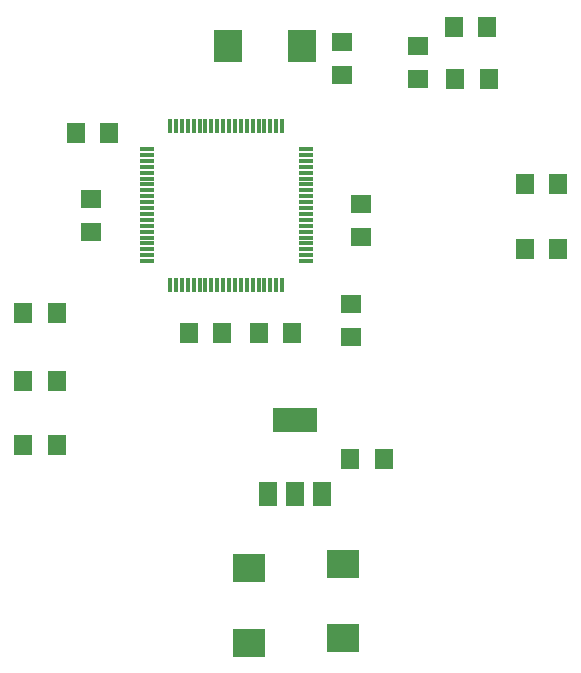
<source format=gbr>
G04 EAGLE Gerber RS-274X export*
G75*
%MOMM*%
%FSLAX34Y34*%
%LPD*%
%INSolderpaste Top*%
%IPPOS*%
%AMOC8*
5,1,8,0,0,1.08239X$1,22.5*%
G01*
%ADD10R,1.800000X1.600000*%
%ADD11R,2.800000X2.400000*%
%ADD12R,1.600000X1.800000*%
%ADD13R,2.400000X2.800000*%
%ADD14R,1.200000X0.300000*%
%ADD15R,0.300000X1.200000*%
%ADD16R,1.498600X2.006600*%
%ADD17R,3.810000X2.006600*%
%ADD18R,1.600000X1.803000*%
%ADD19R,1.803000X1.600000*%


D10*
X177800Y375890D03*
X177800Y403890D03*
D11*
X391160Y95000D03*
X391160Y32000D03*
X311150Y91190D03*
X311150Y28190D03*
D12*
X260320Y290830D03*
X288320Y290830D03*
D10*
X406400Y372080D03*
X406400Y400080D03*
D12*
X348010Y290830D03*
X320010Y290830D03*
D13*
X293620Y533400D03*
X356620Y533400D03*
D12*
X544800Y361950D03*
X572800Y361950D03*
X544800Y416560D03*
X572800Y416560D03*
D10*
X389890Y509240D03*
X389890Y537240D03*
X454660Y505430D03*
X454660Y533430D03*
D14*
X224850Y446280D03*
X224850Y441280D03*
X224850Y436280D03*
X224850Y431280D03*
X224850Y426280D03*
X224850Y421280D03*
X224850Y416280D03*
X224850Y411280D03*
X224850Y406280D03*
X224850Y401280D03*
X224850Y396280D03*
X224850Y391280D03*
X224850Y386280D03*
X224850Y381280D03*
X224850Y376280D03*
X224850Y371280D03*
X224850Y366280D03*
X224850Y361280D03*
X224850Y356280D03*
X224850Y351280D03*
D15*
X244600Y331530D03*
X249600Y331530D03*
X254600Y331530D03*
X259600Y331530D03*
X264600Y331530D03*
X269600Y331530D03*
X274600Y331530D03*
X279600Y331530D03*
X284600Y331530D03*
X289600Y331530D03*
X294600Y331530D03*
X299600Y331530D03*
X304600Y331530D03*
X309600Y331530D03*
X314600Y331530D03*
X319600Y331530D03*
X324600Y331530D03*
X329600Y331530D03*
X334600Y331530D03*
X339600Y331530D03*
D14*
X359350Y351280D03*
X359350Y356280D03*
X359350Y361280D03*
X359350Y366280D03*
X359350Y371280D03*
X359350Y376280D03*
X359350Y381280D03*
X359350Y386280D03*
X359350Y391280D03*
X359350Y396280D03*
X359350Y401280D03*
X359350Y406280D03*
X359350Y411280D03*
X359350Y416280D03*
X359350Y421280D03*
X359350Y426280D03*
X359350Y431280D03*
X359350Y436280D03*
X359350Y441280D03*
X359350Y446280D03*
D15*
X339600Y466030D03*
X334600Y466030D03*
X329600Y466030D03*
X324600Y466030D03*
X319600Y466030D03*
X314600Y466030D03*
X309600Y466030D03*
X304600Y466030D03*
X299600Y466030D03*
X294600Y466030D03*
X289600Y466030D03*
X284600Y466030D03*
X279600Y466030D03*
X274600Y466030D03*
X269600Y466030D03*
X264600Y466030D03*
X259600Y466030D03*
X254600Y466030D03*
X249600Y466030D03*
X244600Y466030D03*
D16*
X327914Y153924D03*
X350774Y153924D03*
X373634Y153924D03*
D17*
X350520Y216916D03*
D18*
X164850Y459740D03*
X193290Y459740D03*
D19*
X397510Y286770D03*
X397510Y315210D03*
D18*
X148840Y195580D03*
X120400Y195580D03*
X397260Y184150D03*
X425700Y184150D03*
X514600Y505460D03*
X486160Y505460D03*
X148840Y307340D03*
X120400Y307340D03*
X148840Y250190D03*
X120400Y250190D03*
X513330Y549910D03*
X484890Y549910D03*
M02*

</source>
